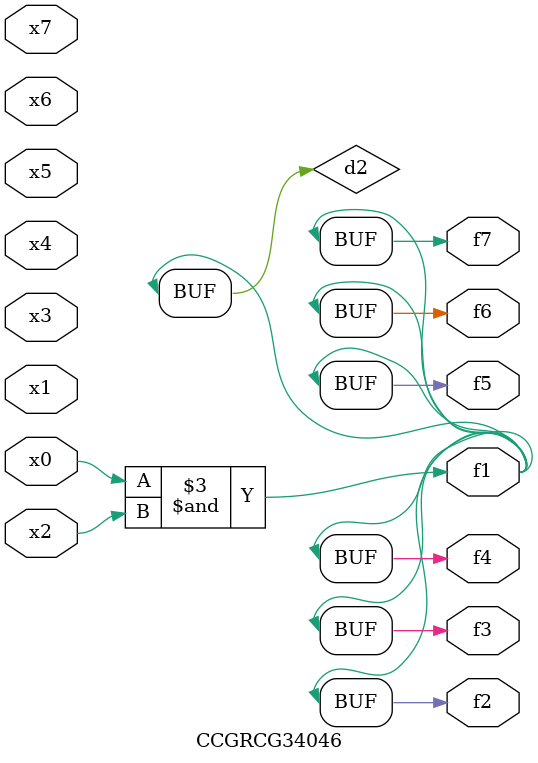
<source format=v>
module CCGRCG34046(
	input x0, x1, x2, x3, x4, x5, x6, x7,
	output f1, f2, f3, f4, f5, f6, f7
);

	wire d1, d2;

	nor (d1, x3, x6);
	and (d2, x0, x2);
	assign f1 = d2;
	assign f2 = d2;
	assign f3 = d2;
	assign f4 = d2;
	assign f5 = d2;
	assign f6 = d2;
	assign f7 = d2;
endmodule

</source>
